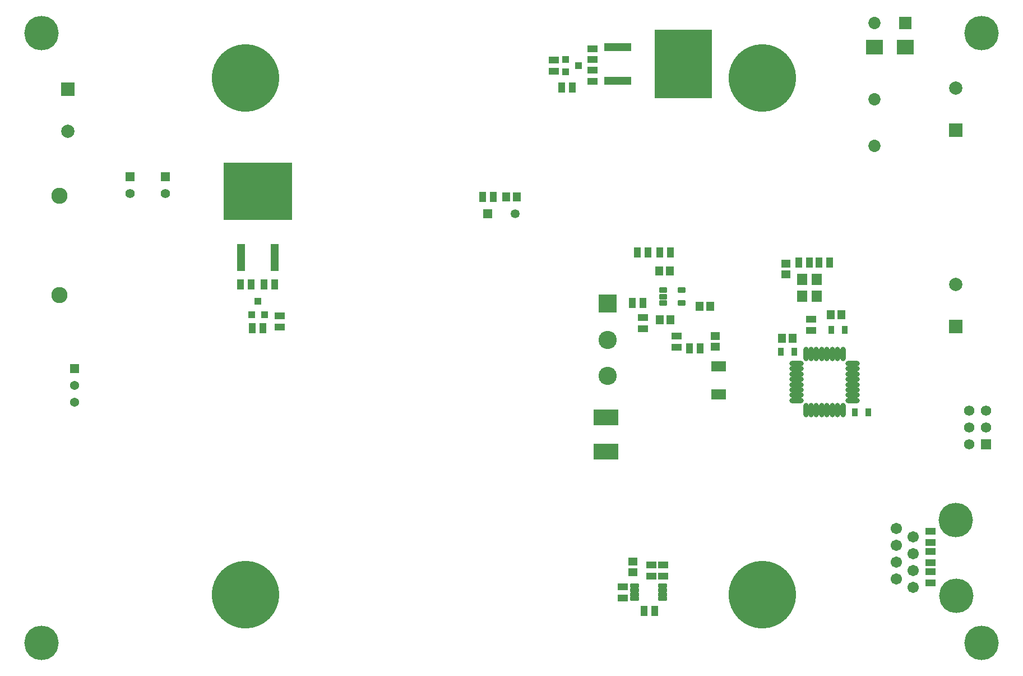
<source format=gbs>
G04*
G04 #@! TF.GenerationSoftware,Altium Limited,Altium Designer,24.6.1 (21)*
G04*
G04 Layer_Color=16711935*
%FSLAX25Y25*%
%MOIN*%
G70*
G04*
G04 #@! TF.SameCoordinates,65BBE5AF-797C-4DEE-A542-627196F68B12*
G04*
G04*
G04 #@! TF.FilePolarity,Negative*
G04*
G01*
G75*
%ADD25R,0.08583X0.06378*%
%ADD30R,0.05733X0.05136*%
%ADD31R,0.05136X0.05733*%
%ADD38R,0.06115X0.04147*%
%ADD39R,0.04147X0.06115*%
%ADD44C,0.05315*%
%ADD45R,0.05315X0.05315*%
%ADD46C,0.05398*%
%ADD47R,0.05398X0.05398*%
%ADD48R,0.06181X0.06181*%
%ADD49C,0.06181*%
%ADD50C,0.40170*%
%ADD51R,0.07887X0.07887*%
%ADD52C,0.07887*%
%ADD53R,0.05512X0.05512*%
%ADD54C,0.05512*%
%ADD55R,0.07296X0.07296*%
%ADD56C,0.07296*%
%ADD57C,0.06706*%
%ADD58C,0.20485*%
%ADD59C,0.09658*%
%ADD60C,0.10827*%
%ADD61R,0.10827X0.10827*%
%ADD92R,0.03765X0.04749*%
%ADD93R,0.09843X0.08661*%
%ADD96R,0.14567X0.09646*%
%ADD100R,0.05906X0.06693*%
G04:AMPARAMS|DCode=103|XSize=25.72mil|YSize=53.28mil|CornerRadius=5.95mil|HoleSize=0mil|Usage=FLASHONLY|Rotation=90.000|XOffset=0mil|YOffset=0mil|HoleType=Round|Shape=RoundedRectangle|*
%AMROUNDEDRECTD103*
21,1,0.02572,0.04138,0,0,90.0*
21,1,0.01382,0.05328,0,0,90.0*
1,1,0.01190,0.02069,0.00691*
1,1,0.01190,0.02069,-0.00691*
1,1,0.01190,-0.02069,-0.00691*
1,1,0.01190,-0.02069,0.00691*
%
%ADD103ROUNDEDRECTD103*%
%ADD104R,0.15958X0.04540*%
%ADD105R,0.33871X0.40564*%
%ADD106R,0.04540X0.15958*%
%ADD107R,0.40564X0.33871*%
%ADD108R,0.03950X0.04343*%
%ADD109R,0.04343X0.03950*%
G04:AMPARAMS|DCode=110|XSize=31.62mil|YSize=47.37mil|CornerRadius=6.01mil|HoleSize=0mil|Usage=FLASHONLY|Rotation=270.000|XOffset=0mil|YOffset=0mil|HoleType=Round|Shape=RoundedRectangle|*
%AMROUNDEDRECTD110*
21,1,0.03162,0.03535,0,0,270.0*
21,1,0.01961,0.04737,0,0,270.0*
1,1,0.01202,-0.01768,-0.00980*
1,1,0.01202,-0.01768,0.00980*
1,1,0.01202,0.01768,0.00980*
1,1,0.01202,0.01768,-0.00980*
%
%ADD110ROUNDEDRECTD110*%
%ADD111O,0.03162X0.08477*%
%ADD112O,0.08477X0.03162*%
D25*
X522000Y284307D02*
D03*
Y267693D02*
D03*
D30*
X520000Y302172D02*
D03*
Y295828D02*
D03*
X471000Y168172D02*
D03*
Y161828D02*
D03*
X562000Y345172D02*
D03*
Y338828D02*
D03*
D31*
X493172Y341000D02*
D03*
X486828D02*
D03*
X493345Y312000D02*
D03*
X487000D02*
D03*
X517172Y320000D02*
D03*
X510828D02*
D03*
X559828Y301000D02*
D03*
X566172D02*
D03*
X588828Y315000D02*
D03*
X595172D02*
D03*
X402172Y385000D02*
D03*
X395828D02*
D03*
D38*
X648000Y155752D02*
D03*
Y162248D02*
D03*
X577000Y312248D02*
D03*
Y305752D02*
D03*
X465000Y153248D02*
D03*
Y146752D02*
D03*
X497000Y295752D02*
D03*
Y302248D02*
D03*
X489000Y166248D02*
D03*
Y159752D02*
D03*
X424000Y466248D02*
D03*
Y459752D02*
D03*
X261000Y307752D02*
D03*
Y314248D02*
D03*
X648000Y186248D02*
D03*
Y179752D02*
D03*
X482000Y166248D02*
D03*
Y159752D02*
D03*
X447000Y473000D02*
D03*
Y466504D02*
D03*
X477000Y306752D02*
D03*
Y313248D02*
D03*
X648000Y174248D02*
D03*
Y167752D02*
D03*
X447000Y460248D02*
D03*
Y453752D02*
D03*
D39*
X473752Y352000D02*
D03*
X480248D02*
D03*
X251752Y333000D02*
D03*
X258248D02*
D03*
X477752Y139000D02*
D03*
X484248D02*
D03*
X487000Y352000D02*
D03*
X493496D02*
D03*
X435248Y450000D02*
D03*
X428752D02*
D03*
X244752Y307000D02*
D03*
X251248D02*
D03*
X569752Y346000D02*
D03*
X576248D02*
D03*
X588248D02*
D03*
X581752D02*
D03*
X470752Y322000D02*
D03*
X477248D02*
D03*
X511248Y295000D02*
D03*
X504752D02*
D03*
X381752Y385000D02*
D03*
X388248D02*
D03*
X237752Y333000D02*
D03*
X244248D02*
D03*
D44*
X401071Y375000D02*
D03*
D45*
X384929D02*
D03*
D46*
X139000Y263000D02*
D03*
Y273000D02*
D03*
D47*
Y283000D02*
D03*
D48*
X681000Y238000D02*
D03*
D49*
Y248000D02*
D03*
Y258000D02*
D03*
X671000Y238000D02*
D03*
Y248000D02*
D03*
Y258000D02*
D03*
D50*
X240937Y455524D02*
D03*
Y148437D02*
D03*
X548024Y455524D02*
D03*
Y148437D02*
D03*
D51*
X663000Y308000D02*
D03*
Y424500D02*
D03*
X135000Y449000D02*
D03*
D52*
X663000Y333000D02*
D03*
Y449500D02*
D03*
X135000Y424000D02*
D03*
D53*
X172181Y396921D02*
D03*
X193181D02*
D03*
D54*
X172181Y387079D02*
D03*
X193181D02*
D03*
D55*
X633252Y488221D02*
D03*
D56*
X614748Y442945D02*
D03*
Y415386D02*
D03*
Y488221D02*
D03*
D57*
X627881Y177816D02*
D03*
X637881Y162816D02*
D03*
X627881Y167816D02*
D03*
X637881Y172816D02*
D03*
Y182816D02*
D03*
X627881Y187816D02*
D03*
X637881Y152816D02*
D03*
X627881Y157816D02*
D03*
D58*
X663000Y193000D02*
D03*
X663500Y148000D02*
D03*
X678576Y120076D02*
D03*
Y482281D02*
D03*
X119521Y120076D02*
D03*
Y482281D02*
D03*
D59*
X130000Y326472D02*
D03*
Y385528D02*
D03*
D60*
X456000Y278504D02*
D03*
Y300000D02*
D03*
D61*
Y321496D02*
D03*
D92*
X611035Y257000D02*
D03*
X602965D02*
D03*
X558965Y293000D02*
D03*
X567035D02*
D03*
X588965Y306000D02*
D03*
X597035D02*
D03*
D93*
X614748Y474000D02*
D03*
X633252D02*
D03*
D96*
X455000Y233724D02*
D03*
Y254000D02*
D03*
D100*
X580331Y326000D02*
D03*
X571669Y336000D02*
D03*
Y326000D02*
D03*
X580331Y336000D02*
D03*
D103*
X472134Y146161D02*
D03*
Y148721D02*
D03*
Y151279D02*
D03*
X488866Y148721D02*
D03*
Y151279D02*
D03*
Y153839D02*
D03*
X472134D02*
D03*
X488866Y146161D02*
D03*
D104*
X461984Y474000D02*
D03*
Y454000D02*
D03*
D105*
X501158Y464000D02*
D03*
D106*
X238000Y349000D02*
D03*
X258000D02*
D03*
D107*
X248000Y388173D02*
D03*
D108*
X244520Y315000D02*
D03*
X252000D02*
D03*
X248260Y322874D02*
D03*
D109*
X431063Y466740D02*
D03*
Y459260D02*
D03*
X438937Y463000D02*
D03*
D110*
X489173Y325740D02*
D03*
X500000Y322000D02*
D03*
Y329480D02*
D03*
X489173D02*
D03*
Y322000D02*
D03*
D111*
X586575Y291634D02*
D03*
X573976D02*
D03*
X596024Y258366D02*
D03*
X577126Y291634D02*
D03*
X580276D02*
D03*
X583425D02*
D03*
X589724D02*
D03*
X592874D02*
D03*
X596024D02*
D03*
X592874Y258366D02*
D03*
X589724D02*
D03*
X586575D02*
D03*
X583425D02*
D03*
X580276D02*
D03*
X577126D02*
D03*
X573976D02*
D03*
D112*
X601634Y263976D02*
D03*
X568366Y286024D02*
D03*
X601634D02*
D03*
Y282874D02*
D03*
Y279724D02*
D03*
Y276575D02*
D03*
Y273425D02*
D03*
Y270276D02*
D03*
Y267126D02*
D03*
X568366Y263976D02*
D03*
Y267126D02*
D03*
Y270276D02*
D03*
Y273425D02*
D03*
Y276575D02*
D03*
Y279724D02*
D03*
Y282874D02*
D03*
M02*

</source>
